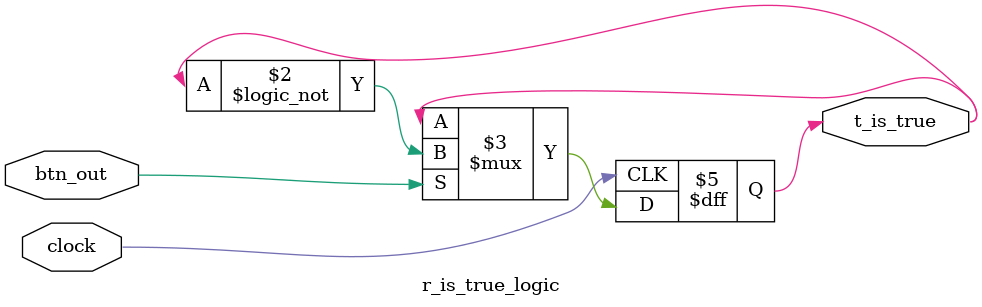
<source format=sv>
module r_is_true_logic(
input logic clock, 
input logic btn_out,
output logic t_is_true
    );
    
    always_ff @(posedge clock)begin
        if(btn_out)begin
            t_is_true <= !t_is_true;
        end
    end
    
endmodule
</source>
